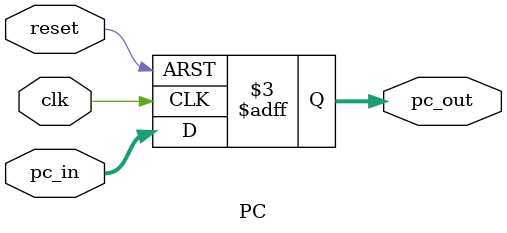
<source format=v>
`timescale 1ns / 1ps



module PC(pc_in, pc_out, clk, reset);
    input [31:0] pc_in;
    input clk, reset;
    output reg [31:0] pc_out;
    initial begin
        pc_out = 32'b0; // Kh?i t?o PC v? 0
    end
    always @(posedge clk or posedge reset)
    begin
        if (reset)
            pc_out <= 32'b0;
        else
            pc_out <= pc_in;
    end
endmodule

</source>
